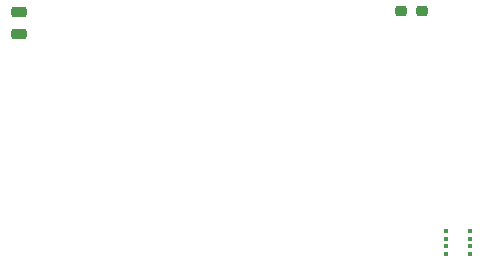
<source format=gbr>
%TF.GenerationSoftware,KiCad,Pcbnew,(6.0.9)*%
%TF.CreationDate,2023-03-08T12:20:50+02:00*%
%TF.ProjectId,GMWPY,474d5750-592e-46b6-9963-61645f706362,rev?*%
%TF.SameCoordinates,Original*%
%TF.FileFunction,Paste,Bot*%
%TF.FilePolarity,Positive*%
%FSLAX46Y46*%
G04 Gerber Fmt 4.6, Leading zero omitted, Abs format (unit mm)*
G04 Created by KiCad (PCBNEW (6.0.9)) date 2023-03-08 12:20:50*
%MOMM*%
%LPD*%
G01*
G04 APERTURE LIST*
G04 Aperture macros list*
%AMRoundRect*
0 Rectangle with rounded corners*
0 $1 Rounding radius*
0 $2 $3 $4 $5 $6 $7 $8 $9 X,Y pos of 4 corners*
0 Add a 4 corners polygon primitive as box body*
4,1,4,$2,$3,$4,$5,$6,$7,$8,$9,$2,$3,0*
0 Add four circle primitives for the rounded corners*
1,1,$1+$1,$2,$3*
1,1,$1+$1,$4,$5*
1,1,$1+$1,$6,$7*
1,1,$1+$1,$8,$9*
0 Add four rect primitives between the rounded corners*
20,1,$1+$1,$2,$3,$4,$5,0*
20,1,$1+$1,$4,$5,$6,$7,0*
20,1,$1+$1,$6,$7,$8,$9,0*
20,1,$1+$1,$8,$9,$2,$3,0*%
G04 Aperture macros list end*
%ADD10RoundRect,0.183750X-0.300000X-0.243750X0.300000X-0.243750X0.300000X0.243750X-0.300000X0.243750X0*%
%ADD11RoundRect,0.200000X0.452500X-0.250000X0.452500X0.250000X-0.452500X0.250000X-0.452500X-0.250000X0*%
%ADD12R,0.450000X0.315000*%
G04 APERTURE END LIST*
D10*
%TO.C,C34*%
X100837500Y-58800000D03*
X102562500Y-58800000D03*
%TD*%
D11*
%TO.C,C30*%
X68500000Y-60750000D03*
X68500000Y-58850000D03*
%TD*%
D12*
%TO.C,U7*%
X104650000Y-77400000D03*
X104650000Y-78050000D03*
X104650000Y-78700000D03*
X104650000Y-79350000D03*
X106700000Y-79350000D03*
X106700000Y-78700000D03*
X106700000Y-78050000D03*
X106700000Y-77400000D03*
%TD*%
M02*

</source>
